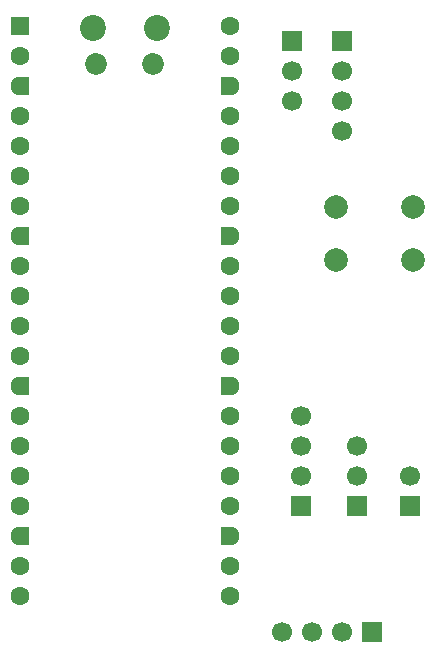
<source format=gbr>
%TF.GenerationSoftware,KiCad,Pcbnew,9.0.6*%
%TF.CreationDate,2025-11-19T19:53:09-08:00*%
%TF.ProjectId,LED sniffer project,4c454420-736e-4696-9666-65722070726f,1.0*%
%TF.SameCoordinates,Original*%
%TF.FileFunction,Soldermask,Bot*%
%TF.FilePolarity,Negative*%
%FSLAX46Y46*%
G04 Gerber Fmt 4.6, Leading zero omitted, Abs format (unit mm)*
G04 Created by KiCad (PCBNEW 9.0.6) date 2025-11-19 19:53:09*
%MOMM*%
%LPD*%
G01*
G04 APERTURE LIST*
G04 Aperture macros list*
%AMRoundRect*
0 Rectangle with rounded corners*
0 $1 Rounding radius*
0 $2 $3 $4 $5 $6 $7 $8 $9 X,Y pos of 4 corners*
0 Add a 4 corners polygon primitive as box body*
4,1,4,$2,$3,$4,$5,$6,$7,$8,$9,$2,$3,0*
0 Add four circle primitives for the rounded corners*
1,1,$1+$1,$2,$3*
1,1,$1+$1,$4,$5*
1,1,$1+$1,$6,$7*
1,1,$1+$1,$8,$9*
0 Add four rect primitives between the rounded corners*
20,1,$1+$1,$2,$3,$4,$5,0*
20,1,$1+$1,$4,$5,$6,$7,0*
20,1,$1+$1,$6,$7,$8,$9,0*
20,1,$1+$1,$8,$9,$2,$3,0*%
%AMFreePoly0*
4,1,37,0.603843,0.796157,0.639018,0.796157,0.711114,0.766294,0.766294,0.711114,0.796157,0.639018,0.796157,0.603843,0.800000,0.600000,0.800000,-0.600000,0.796157,-0.603843,0.796157,-0.639018,0.766294,-0.711114,0.711114,-0.766294,0.639018,-0.796157,0.603843,-0.796157,0.600000,-0.800000,0.000000,-0.800000,0.000000,-0.796148,-0.078414,-0.796148,-0.232228,-0.765552,-0.377117,-0.705537,
-0.507515,-0.618408,-0.618408,-0.507515,-0.705537,-0.377117,-0.765552,-0.232228,-0.796148,-0.078414,-0.796148,0.078414,-0.765552,0.232228,-0.705537,0.377117,-0.618408,0.507515,-0.507515,0.618408,-0.377117,0.705537,-0.232228,0.765552,-0.078414,0.796148,0.000000,0.796148,0.000000,0.800000,0.600000,0.800000,0.603843,0.796157,0.603843,0.796157,$1*%
%AMFreePoly1*
4,1,37,0.000000,0.796148,0.078414,0.796148,0.232228,0.765552,0.377117,0.705537,0.507515,0.618408,0.618408,0.507515,0.705537,0.377117,0.765552,0.232228,0.796148,0.078414,0.796148,-0.078414,0.765552,-0.232228,0.705537,-0.377117,0.618408,-0.507515,0.507515,-0.618408,0.377117,-0.705537,0.232228,-0.765552,0.078414,-0.796148,0.000000,-0.796148,0.000000,-0.800000,-0.600000,-0.800000,
-0.603843,-0.796157,-0.639018,-0.796157,-0.711114,-0.766294,-0.766294,-0.711114,-0.796157,-0.639018,-0.796157,-0.603843,-0.800000,-0.600000,-0.800000,0.600000,-0.796157,0.603843,-0.796157,0.639018,-0.766294,0.711114,-0.711114,0.766294,-0.639018,0.796157,-0.603843,0.796157,-0.600000,0.800000,0.000000,0.800000,0.000000,0.796148,0.000000,0.796148,$1*%
G04 Aperture macros list end*
%ADD10C,1.700000*%
%ADD11R,1.700000X1.700000*%
%ADD12C,2.200000*%
%ADD13C,1.850000*%
%ADD14RoundRect,0.200000X-0.600000X-0.600000X0.600000X-0.600000X0.600000X0.600000X-0.600000X0.600000X0*%
%ADD15C,1.600000*%
%ADD16FreePoly0,0.000000*%
%ADD17FreePoly1,0.000000*%
%ADD18C,2.000000*%
G04 APERTURE END LIST*
D10*
%TO.C,J6*%
X150440000Y-104250000D03*
X152980000Y-104250000D03*
X155520000Y-104250000D03*
D11*
X158060000Y-104250000D03*
%TD*%
%TO.C,J4*%
X156750000Y-93540000D03*
D10*
X156750000Y-91000000D03*
X156750000Y-88460000D03*
%TD*%
D11*
%TO.C,J3*%
X161250000Y-93525000D03*
D10*
X161250000Y-90985000D03*
%TD*%
D11*
%TO.C,J2*%
X155500000Y-54190000D03*
D10*
X155500000Y-56730000D03*
X155500000Y-59270000D03*
X155500000Y-61810000D03*
%TD*%
D11*
%TO.C,J1*%
X151250000Y-54210000D03*
D10*
X151250000Y-56750000D03*
X151250000Y-59290000D03*
%TD*%
D11*
%TO.C,J5*%
X152000000Y-93560000D03*
D10*
X152000000Y-91020000D03*
X152000000Y-88480000D03*
X152000000Y-85940000D03*
%TD*%
D12*
%TO.C,PICO_MAIN1*%
X134385000Y-53090000D03*
D13*
X134685000Y-56120000D03*
X139535000Y-56120000D03*
D12*
X139835000Y-53090000D03*
D14*
X128220000Y-52960000D03*
D15*
X128220000Y-55500000D03*
D16*
X128220000Y-58040000D03*
D15*
X128220000Y-60580000D03*
X128220000Y-63120000D03*
X128220000Y-65660000D03*
X128220000Y-68200000D03*
D16*
X128220000Y-70740000D03*
D15*
X128220000Y-73280000D03*
X128220000Y-75820000D03*
X128220000Y-78360000D03*
X128220000Y-80900000D03*
D16*
X128220000Y-83440000D03*
D15*
X128220000Y-85980000D03*
X128220000Y-88520000D03*
X128220000Y-91060000D03*
X128220000Y-93600000D03*
D16*
X128220000Y-96140000D03*
D15*
X128220000Y-98680000D03*
X128220000Y-101220000D03*
X146000000Y-101220000D03*
X146000000Y-98680000D03*
D17*
X146000000Y-96140000D03*
D15*
X146000000Y-93600000D03*
X146000000Y-91060000D03*
X146000000Y-88520000D03*
X146000000Y-85980000D03*
D17*
X146000000Y-83440000D03*
D15*
X146000000Y-80900000D03*
X146000000Y-78360000D03*
X146000000Y-75820000D03*
X146000000Y-73280000D03*
D17*
X146000000Y-70740000D03*
D15*
X146000000Y-68200000D03*
X146000000Y-65660000D03*
X146000000Y-63120000D03*
X146000000Y-60580000D03*
D17*
X146000000Y-58040000D03*
D15*
X146000000Y-55500000D03*
X146000000Y-52960000D03*
%TD*%
D18*
%TO.C,SW1*%
X155000000Y-68250000D03*
X161500000Y-68250000D03*
X155000000Y-72750000D03*
X161500000Y-72750000D03*
%TD*%
M02*

</source>
